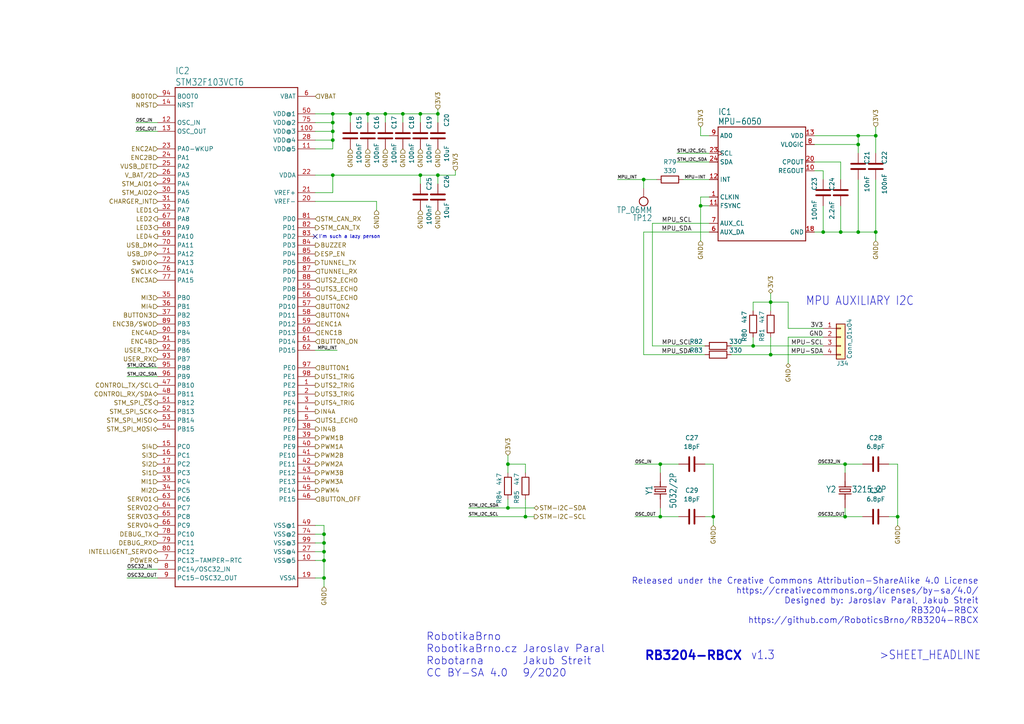
<source format=kicad_sch>
(kicad_sch (version 20211123) (generator eeschema)
  (paper "A4")
  (lib_symbols
    (symbol "Connector_Generic:Conn_01x04" (pin_names (offset 1.016) hide)
      (property "Reference" "J" (at 0 5.08 0))
      (property "Value" "Conn_01x04" (at 0 -7.62 0))
      (symbol "Conn_01x04_1_1"
        (rectangle (start -1.27 -4.953) (end 0 -5.207) (stroke (width 0.1524)))
        (rectangle (start -1.27 -2.413) (end 0 -2.667) (stroke (width 0.1524)))
        (rectangle (start -1.27 0.127) (end 0 -0.127) (stroke (width 0.1524)))
        (rectangle (start -1.27 2.667) (end 0 2.413) (stroke (width 0.1524)))
        (rectangle (start -1.27 3.81) (end 1.27 -6.35) (stroke (width 0.254)) (fill (type background)))
        (pin passive line (at -5.08 2.54 0) (length 3.81) (name "Pin_1") (number "1"))
        (pin passive line (at -5.08 0 0) (length 3.81) (name "Pin_2") (number "2"))
        (pin passive line (at -5.08 -2.54 0) (length 3.81) (name "Pin_3") (number "3"))
        (pin passive line (at -5.08 -5.08 0) (length 3.81) (name "Pin_4") (number "4"))
      )
    )
    (symbol "Device:C" (pin_numbers hide) (pin_names (offset 0.254))
      (property "Reference" "C" (at 0.635 2.54 0))
      (property "Value" "C" (at 0.635 -2.54 0))
      (symbol "C_0_1"
        (polyline (pts (xy -2.032 -0.762) (xy 2.032 -0.762)) (stroke (width 0.508)))
        (polyline (pts (xy -2.032 0.762) (xy 2.032 0.762)) (stroke (width 0.508)))
      )
      (symbol "C_1_1"
        (pin passive line (at 0 3.81 270) (length 2.794) (name "~") (number "1"))
        (pin passive line (at 0 -3.81 90) (length 2.794) (name "~") (number "2"))
      )
    )
    (symbol "Device:R" (pin_numbers hide) (pin_names (offset 0))
      (property "Reference" "R" (at 2.032 0 90))
      (property "Value" "R" (at 0 0 90))
      (symbol "R_0_1"
        (rectangle (start -1.016 -2.54) (end 1.016 2.54) (stroke (width 0.254)))
      )
      (symbol "R_1_1"
        (pin passive line (at 0 3.81 270) (length 1.27) (name "~") (number "1"))
        (pin passive line (at 0 -3.81 90) (length 1.27) (name "~") (number "2"))
      )
    )
    (symbol "RBCX-eagle-import:3215_2P"
      (property "Reference" "Y" (at -6.3615 2.2901 0))
      (property "Value" "3215_2P" (at -6.3607 -3.8164 0))
      (symbol "3215_2P_1_0"
        (polyline (pts (xy -2.54 0) (xy -1.016 0)) (stroke (width 0.254)))
        (polyline (pts (xy -1.016 0) (xy -1.016 -1.778)) (stroke (width 0.254)))
        (polyline (pts (xy -1.016 1.778) (xy -1.016 0)) (stroke (width 0.254)))
        (polyline (pts (xy -0.381 -1.524) (xy 0.381 -1.524)) (stroke (width 0.254)))
        (polyline (pts (xy -0.381 1.524) (xy -0.381 -1.524)) (stroke (width 0.254)))
        (polyline (pts (xy 0.381 -1.524) (xy 0.381 1.524)) (stroke (width 0.254)))
        (polyline (pts (xy 0.381 1.524) (xy -0.381 1.524)) (stroke (width 0.254)))
        (polyline (pts (xy 1.016 0) (xy 1.016 -1.778)) (stroke (width 0.254)))
        (polyline (pts (xy 1.016 1.778) (xy 1.016 0)) (stroke (width 0.254)))
        (polyline (pts (xy 2.54 0) (xy 1.016 0)) (stroke (width 0.254)))
        (pin passive line (at -5.08 0 0) (length 2.54) (name "1") (number "1"))
        (pin passive line (at 5.08 0 180) (length 2.54) (name "2") (number "2"))
      )
    )
    (symbol "RBCX-eagle-import:5032{slash}2P"
      (property "Reference" "Y" (at -6.3615 2.2901 0))
      (property "Value" "5032{slash}2P" (at -6.3607 -3.8164 0))
      (symbol "5032{slash}2P_1_0"
        (polyline (pts (xy -2.54 0) (xy -1.016 0)) (stroke (width 0.254)))
        (polyline (pts (xy -1.016 0) (xy -1.016 -1.778)) (stroke (width 0.254)))
        (polyline (pts (xy -1.016 1.778) (xy -1.016 0)) (stroke (width 0.254)))
        (polyline (pts (xy -0.381 -1.524) (xy 0.381 -1.524)) (stroke (width 0.254)))
        (polyline (pts (xy -0.381 1.524) (xy -0.381 -1.524)) (stroke (width 0.254)))
        (polyline (pts (xy 0.381 -1.524) (xy 0.381 1.524)) (stroke (width 0.254)))
        (polyline (pts (xy 0.381 1.524) (xy -0.381 1.524)) (stroke (width 0.254)))
        (polyline (pts (xy 1.016 0) (xy 1.016 -1.778)) (stroke (width 0.254)))
        (polyline (pts (xy 1.016 1.778) (xy 1.016 0)) (stroke (width 0.254)))
        (polyline (pts (xy 2.54 0) (xy 1.016 0)) (stroke (width 0.254)))
        (pin passive line (at -5.08 0 0) (length 2.54) (name "1") (number "1"))
        (pin passive line (at 5.08 0 180) (length 2.54) (name "2") (number "2"))
      )
    )
    (symbol "RBCX-eagle-import:MPU-6050"
      (property "Reference" "IC" (at -12.7459 19.1262 0))
      (property "Value" "MPU-6050" (at -12.7681 -17.9053 0))
      (symbol "MPU-6050_1_0"
        (polyline (pts (xy -12.7 -15.24) (xy 12.7 -15.24)) (stroke (width 0.254)))
        (polyline (pts (xy -12.7 17.78) (xy -12.7 -15.24)) (stroke (width 0.254)))
        (polyline (pts (xy 12.7 -15.24) (xy 12.7 17.78)) (stroke (width 0.254)))
        (polyline (pts (xy 12.7 17.78) (xy -12.7 17.78)) (stroke (width 0.254)))
        (pin input line (at -15.24 -2.54 0) (length 2.54) (name "CLKIN") (number "1"))
        (pin passive line (at 15.24 5.08 180) (length 2.54) (name "REGOUT") (number "10"))
        (pin input line (at -15.24 -5.08 0) (length 2.54) (name "FSYNC") (number "11"))
        (pin output line (at -15.24 2.54 0) (length 2.54) (name "INT") (number "12"))
        (pin power_in line (at 15.24 15.24 180) (length 2.54) (name "VDD") (number "13"))
        (pin power_in line (at 15.24 -12.7 180) (length 2.54) (name "GND") (number "18"))
        (pin passive line (at 15.24 7.62 180) (length 2.54) (name "CPOUT") (number "20"))
        (pin input clock (at -15.24 10.16 0) (length 2.54) (name "SCL") (number "23"))
        (pin bidirectional line (at -15.24 7.62 0) (length 2.54) (name "SDA") (number "24"))
        (pin bidirectional line (at -15.24 -12.7 0) (length 2.54) (name "AUX_DA") (number "6"))
        (pin output line (at -15.24 -10.16 0) (length 2.54) (name "AUX_CL") (number "7"))
        (pin power_in line (at 15.24 12.7 180) (length 2.54) (name "VLOGIC") (number "8"))
        (pin input line (at -15.24 15.24 0) (length 2.54) (name "AD0") (number "9"))
      )
    )
    (symbol "RBCX-eagle-import:STM32F103VCT6"
      (property "Reference" "IC" (at -17.7858 80.0326 0))
      (property "Value" "STM32F103VCT6" (at -17.7995 -68.6608 0))
      (symbol "STM32F103VCT6_1_0"
        (polyline (pts (xy -17.78 -66.04) (xy 17.78 -66.04)) (stroke (width 0.254)))
        (polyline (pts (xy -17.78 78.74) (xy -17.78 -66.04)) (stroke (width 0.254)))
        (polyline (pts (xy 17.78 -66.04) (xy 17.78 78.74)) (stroke (width 0.254)))
        (polyline (pts (xy 17.78 78.74) (xy -17.78 78.74)) (stroke (width 0.254)))
        (pin bidirectional line (at 22.86 -7.62 180) (length 5.08) (name "PE2") (number "1"))
        (pin power_in line (at 22.86 -58.42 180) (length 5.08) (name "VSS@5") (number "10"))
        (pin power_in line (at 22.86 66.04 180) (length 5.08) (name "VDD@3") (number "100"))
        (pin power_in line (at 22.86 60.96 180) (length 5.08) (name "VDD@5") (number "11"))
        (pin input line (at -22.86 68.58 0) (length 5.08) (name "OSC_IN") (number "12"))
        (pin output line (at -22.86 66.04 0) (length 5.08) (name "OSC_OUT") (number "13"))
        (pin bidirectional line (at -22.86 73.66 0) (length 5.08) (name "NRST") (number "14"))
        (pin bidirectional line (at -22.86 -25.4 0) (length 5.08) (name "PC0") (number "15"))
        (pin bidirectional line (at -22.86 -27.94 0) (length 5.08) (name "PC1") (number "16"))
        (pin bidirectional line (at -22.86 -30.48 0) (length 5.08) (name "PC2") (number "17"))
        (pin bidirectional line (at -22.86 -33.02 0) (length 5.08) (name "PC3") (number "18"))
        (pin power_in line (at 22.86 -63.5 180) (length 5.08) (name "VSSA") (number "19"))
        (pin bidirectional line (at 22.86 -10.16 180) (length 5.08) (name "PE3") (number "2"))
        (pin power_in line (at 22.86 45.72 180) (length 5.08) (name "VREF-") (number "20"))
        (pin power_in line (at 22.86 48.26 180) (length 5.08) (name "VREF+") (number "21"))
        (pin power_in line (at 22.86 53.34 180) (length 5.08) (name "VDDA") (number "22"))
        (pin bidirectional line (at -22.86 60.96 0) (length 5.08) (name "PA0-WKUP") (number "23"))
        (pin bidirectional line (at -22.86 58.42 0) (length 5.08) (name "PA1") (number "24"))
        (pin bidirectional line (at -22.86 55.88 0) (length 5.08) (name "PA2") (number "25"))
        (pin bidirectional line (at -22.86 53.34 0) (length 5.08) (name "PA3") (number "26"))
        (pin power_in line (at 22.86 -55.88 180) (length 5.08) (name "VSS@4") (number "27"))
        (pin power_in line (at 22.86 63.5 180) (length 5.08) (name "VDD@4") (number "28"))
        (pin bidirectional line (at -22.86 50.8 0) (length 5.08) (name "PA4") (number "29"))
        (pin bidirectional line (at 22.86 -12.7 180) (length 5.08) (name "PE4") (number "3"))
        (pin bidirectional line (at -22.86 48.26 0) (length 5.08) (name "PA5") (number "30"))
        (pin bidirectional line (at -22.86 45.72 0) (length 5.08) (name "PA6") (number "31"))
        (pin bidirectional line (at -22.86 43.18 0) (length 5.08) (name "PA7") (number "32"))
        (pin bidirectional line (at -22.86 -35.56 0) (length 5.08) (name "PC4") (number "33"))
        (pin bidirectional line (at -22.86 -38.1 0) (length 5.08) (name "PC5") (number "34"))
        (pin bidirectional line (at -22.86 17.78 0) (length 5.08) (name "PB0") (number "35"))
        (pin bidirectional line (at -22.86 15.24 0) (length 5.08) (name "PB1") (number "36"))
        (pin bidirectional line (at -22.86 12.7 0) (length 5.08) (name "PB2") (number "37"))
        (pin bidirectional line (at 22.86 -20.32 180) (length 5.08) (name "PE7") (number "38"))
        (pin bidirectional line (at 22.86 -22.86 180) (length 5.08) (name "PE8") (number "39"))
        (pin bidirectional line (at 22.86 -15.24 180) (length 5.08) (name "PE5") (number "4"))
        (pin bidirectional line (at 22.86 -25.4 180) (length 5.08) (name "PE9") (number "40"))
        (pin bidirectional line (at 22.86 -27.94 180) (length 5.08) (name "PE10") (number "41"))
        (pin bidirectional line (at 22.86 -30.48 180) (length 5.08) (name "PE11") (number "42"))
        (pin bidirectional line (at 22.86 -33.02 180) (length 5.08) (name "PE12") (number "43"))
        (pin bidirectional line (at 22.86 -35.56 180) (length 5.08) (name "PE13") (number "44"))
        (pin bidirectional line (at 22.86 -38.1 180) (length 5.08) (name "PE14") (number "45"))
        (pin bidirectional line (at 22.86 -40.64 180) (length 5.08) (name "PE15") (number "46"))
        (pin bidirectional line (at -22.86 -7.62 0) (length 5.08) (name "PB10") (number "47"))
        (pin bidirectional line (at -22.86 -10.16 0) (length 5.08) (name "PB11") (number "48"))
        (pin power_in line (at 22.86 -48.26 180) (length 5.08) (name "VSS@1") (number "49"))
        (pin bidirectional line (at 22.86 -17.78 180) (length 5.08) (name "PE6") (number "5"))
        (pin power_in line (at 22.86 71.12 180) (length 5.08) (name "VDD@1") (number "50"))
        (pin bidirectional line (at -22.86 -12.7 0) (length 5.08) (name "PB12") (number "51"))
        (pin bidirectional line (at -22.86 -15.24 0) (length 5.08) (name "PB13") (number "52"))
        (pin bidirectional line (at -22.86 -17.78 0) (length 5.08) (name "PB14") (number "53"))
        (pin bidirectional line (at -22.86 -20.32 0) (length 5.08) (name "PB15") (number "54"))
        (pin bidirectional line (at 22.86 20.32 180) (length 5.08) (name "PD8") (number "55"))
        (pin bidirectional line (at 22.86 17.78 180) (length 5.08) (name "PD9") (number "56"))
        (pin bidirectional line (at 22.86 15.24 180) (length 5.08) (name "PD10") (number "57"))
        (pin bidirectional line (at 22.86 12.7 180) (length 5.08) (name "PD11") (number "58"))
        (pin bidirectional line (at 22.86 10.16 180) (length 5.08) (name "PD12") (number "59"))
        (pin power_in line (at 22.86 76.2 180) (length 5.08) (name "VBAT") (number "6"))
        (pin bidirectional line (at 22.86 7.62 180) (length 5.08) (name "PD13") (number "60"))
        (pin bidirectional line (at 22.86 5.08 180) (length 5.08) (name "PD14") (number "61"))
        (pin bidirectional line (at 22.86 2.54 180) (length 5.08) (name "PD15") (number "62"))
        (pin bidirectional line (at -22.86 -40.64 0) (length 5.08) (name "PC6") (number "63"))
        (pin bidirectional line (at -22.86 -43.18 0) (length 5.08) (name "PC7") (number "64"))
        (pin bidirectional line (at -22.86 -45.72 0) (length 5.08) (name "PC8") (number "65"))
        (pin bidirectional line (at -22.86 -48.26 0) (length 5.08) (name "PC9") (number "66"))
        (pin bidirectional line (at -22.86 40.64 0) (length 5.08) (name "PA8") (number "67"))
        (pin bidirectional line (at -22.86 38.1 0) (length 5.08) (name "PA9") (number "68"))
        (pin bidirectional line (at -22.86 35.56 0) (length 5.08) (name "PA10") (number "69"))
        (pin bidirectional line (at -22.86 -58.42 0) (length 5.08) (name "PC13-TAMPER-RTC") (number "7"))
        (pin bidirectional line (at -22.86 33.02 0) (length 5.08) (name "PA11") (number "70"))
        (pin bidirectional line (at -22.86 30.48 0) (length 5.08) (name "PA12") (number "71"))
        (pin bidirectional line (at -22.86 27.94 0) (length 5.08) (name "PA13") (number "72"))
        (pin power_in line (at 22.86 -50.8 180) (length 5.08) (name "VSS@2") (number "74"))
        (pin power_in line (at 22.86 68.58 180) (length 5.08) (name "VDD@2") (number "75"))
        (pin bidirectional line (at -22.86 25.4 0) (length 5.08) (name "PA14") (number "76"))
        (pin bidirectional line (at -22.86 22.86 0) (length 5.08) (name "PA15") (number "77"))
        (pin bidirectional line (at -22.86 -50.8 0) (length 5.08) (name "PC10") (number "78"))
        (pin bidirectional line (at -22.86 -53.34 0) (length 5.08) (name "PC11") (number "79"))
        (pin bidirectional line (at -22.86 -60.96 0) (length 5.08) (name "PC14/OSC32_IN") (number "8"))
        (pin bidirectional line (at -22.86 -55.88 0) (length 5.08) (name "PC12") (number "80"))
        (pin bidirectional line (at 22.86 40.64 180) (length 5.08) (name "PD0") (number "81"))
        (pin bidirectional line (at 22.86 38.1 180) (length 5.08) (name "PD1") (number "82"))
        (pin bidirectional line (at 22.86 35.56 180) (length 5.08) (name "PD2") (number "83"))
        (pin bidirectional line (at 22.86 33.02 180) (length 5.08) (name "PD3") (number "84"))
        (pin bidirectional line (at 22.86 30.48 180) (length 5.08) (name "PD4") (number "85"))
        (pin bidirectional line (at 22.86 27.94 180) (length 5.08) (name "PD5") (number "86"))
        (pin bidirectional line (at 22.86 25.4 180) (length 5.08) (name "PD6") (number "87"))
        (pin bidirectional line (at 22.86 22.86 180) (length 5.08) (name "PD7") (number "88"))
        (pin bidirectional line (at -22.86 10.16 0) (length 5.08) (name "PB3") (number "89"))
        (pin bidirectional line (at -22.86 -63.5 0) (length 5.08) (name "PC15-OSC32_OUT") (number "9"))
        (pin bidirectional line (at -22.86 7.62 0) (length 5.08) (name "PB4") (number "90"))
        (pin bidirectional line (at -22.86 5.08 0) (length 5.08) (name "PB5") (number "91"))
        (pin bidirectional line (at -22.86 2.54 0) (length 5.08) (name "PB6") (number "92"))
        (pin bidirectional line (at -22.86 0 0) (length 5.08) (name "PB7") (number "93"))
        (pin input line (at -22.86 76.2 0) (length 5.08) (name "BOOT0") (number "94"))
        (pin bidirectional line (at -22.86 -2.54 0) (length 5.08) (name "PB8") (number "95"))
        (pin bidirectional line (at -22.86 -5.08 0) (length 5.08) (name "PB9") (number "96"))
        (pin bidirectional line (at 22.86 -2.54 180) (length 5.08) (name "PE0") (number "97"))
        (pin bidirectional line (at 22.86 -5.08 180) (length 5.08) (name "PE1") (number "98"))
        (pin power_in line (at 22.86 -53.34 180) (length 5.08) (name "VSS@3") (number "99"))
      )
    )
    (symbol "RBCX-eagle-import:TP_06MM"
      (property "Reference" "TP" (at -2.54 7.62 0))
      (property "Value" "TP_06MM" (at -2.54 5.334 0))
      (symbol "TP_06MM_1_0"
        (circle (center 0 3.81) (radius 1.27) (stroke (width 0.254)))
        (pin passive line (at 0 0 90) (length 2.54) (name "TP") (number "P$1"))
      )
    )
  )
  (junction (at 93.98 162.56))
  (junction (at 248.92 41.91))
  (junction (at 245.11 134.62))
  (junction (at 203.2 59.69))
  (junction (at 93.98 167.64))
  (junction (at 254 67.31))
  (junction (at 223.52 102.87))
  (junction (at 248.92 39.37))
  (junction (at 254 39.37))
  (junction (at 191.516 149.86))
  (junction (at 152.4 149.86))
  (junction (at 96.52 38.1))
  (junction (at 223.52 87.63))
  (junction (at 96.52 40.64))
  (junction (at 245.11 149.86))
  (junction (at 111.76 33.02))
  (junction (at 121.92 33.02))
  (junction (at 93.98 157.48))
  (junction (at 96.52 35.56))
  (junction (at 121.92 50.8))
  (junction (at 147.32 134.62))
  (junction (at 127 50.8))
  (junction (at 238.76 67.31))
  (junction (at 218.44 100.33))
  (junction (at 147.32 147.32))
  (junction (at 206.883 149.86))
  (junction (at 260.35 149.86))
  (junction (at 248.92 67.31))
  (junction (at 191.516 134.62))
  (junction (at 243.84 67.31))
  (junction (at 106.68 33.02))
  (junction (at 93.98 160.02))
  (junction (at 96.52 33.02))
  (junction (at 116.84 33.02))
  (junction (at 96.52 50.8))
  (junction (at 186.69 52.07))
  (junction (at 127 33.02))
  (junction (at 93.98 154.94))
  (junction (at 101.6 33.02))
  (no_connect (at 91.44 68.58))
  (wire (pts (xy 135.89 147.32) (xy 147.32 147.32)))
  (wire (pts (xy 189.23 64.77) (xy 205.74 64.77)))
  (wire (pts (xy 254 52.07) (xy 254 67.31)))
  (wire (pts (xy 101.6 35.56) (xy 101.6 33.02)))
  (wire (pts (xy 254 36.83) (xy 254 39.37)))
  (wire (pts (xy 238.76 97.79) (xy 228.6 97.79)))
  (wire (pts (xy 203.2 57.15) (xy 203.2 59.69)))
  (wire (pts (xy 45.72 35.56) (xy 39.37 35.56)))
  (wire (pts (xy 196.342 46.99) (xy 205.74 46.99)))
  (wire (pts (xy 154.94 149.86) (xy 152.4 149.86)))
  (wire (pts (xy 152.4 134.62) (xy 147.32 134.62)))
  (wire (pts (xy 91.44 101.6) (xy 97.79 101.6)))
  (wire (pts (xy 121.92 50.8) (xy 96.52 50.8)))
  (wire (pts (xy 127 33.02) (xy 121.92 33.02)))
  (wire (pts (xy 257.81 134.62) (xy 260.35 134.62)))
  (wire (pts (xy 190.5 52.07) (xy 186.69 52.07)))
  (wire (pts (xy 91.44 35.56) (xy 96.52 35.56)))
  (wire (pts (xy 93.98 157.48) (xy 93.98 160.02)))
  (wire (pts (xy 191.516 147.32) (xy 191.516 149.86)))
  (wire (pts (xy 45.72 106.68) (xy 36.83 106.68)))
  (wire (pts (xy 186.69 52.07) (xy 179.07 52.07)))
  (wire (pts (xy 93.98 162.56) (xy 93.98 167.64)))
  (wire (pts (xy 127 31.75) (xy 127 33.02)))
  (wire (pts (xy 257.81 149.86) (xy 260.35 149.86)))
  (wire (pts (xy 191.516 149.86) (xy 196.85 149.86)))
  (wire (pts (xy 206.883 134.62) (xy 206.883 149.86)))
  (wire (pts (xy 218.44 97.79) (xy 218.44 100.33)))
  (wire (pts (xy 198.12 52.07) (xy 205.74 52.07)))
  (wire (pts (xy 248.92 67.31) (xy 254 67.31)))
  (wire (pts (xy 127 50.8) (xy 132.08 50.8)))
  (wire (pts (xy 203.2 59.69) (xy 203.2 69.85)))
  (wire (pts (xy 236.22 41.91) (xy 248.92 41.91)))
  (wire (pts (xy 91.44 162.56) (xy 93.98 162.56)))
  (wire (pts (xy 204.47 149.86) (xy 206.883 149.86)))
  (wire (pts (xy 223.52 102.87) (xy 212.09 102.87)))
  (wire (pts (xy 111.76 33.02) (xy 106.68 33.02)))
  (wire (pts (xy 245.11 134.62) (xy 250.19 134.62)))
  (wire (pts (xy 116.84 33.02) (xy 111.76 33.02)))
  (wire (pts (xy 218.44 87.63) (xy 223.52 87.63)))
  (wire (pts (xy 96.52 38.1) (xy 96.52 35.56)))
  (wire (pts (xy 228.6 87.63) (xy 223.52 87.63)))
  (wire (pts (xy 248.92 52.07) (xy 248.92 67.31)))
  (wire (pts (xy 147.32 137.16) (xy 147.32 134.62)))
  (wire (pts (xy 109.22 60.96) (xy 109.22 58.42)))
  (wire (pts (xy 243.84 59.69) (xy 243.84 67.31)))
  (wire (pts (xy 45.72 109.22) (xy 36.83 109.22)))
  (wire (pts (xy 228.6 95.25) (xy 238.76 95.25)))
  (wire (pts (xy 91.44 40.64) (xy 96.52 40.64)))
  (wire (pts (xy 135.89 149.86) (xy 152.4 149.86)))
  (wire (pts (xy 96.52 40.64) (xy 96.52 38.1)))
  (wire (pts (xy 106.68 33.02) (xy 101.6 33.02)))
  (wire (pts (xy 236.22 49.53) (xy 238.76 49.53)))
  (wire (pts (xy 238.76 100.33) (xy 218.44 100.33)))
  (wire (pts (xy 127 35.56) (xy 127 33.02)))
  (wire (pts (xy 121.92 33.02) (xy 116.84 33.02)))
  (wire (pts (xy 101.6 33.02) (xy 96.52 33.02)))
  (wire (pts (xy 186.69 102.87) (xy 204.47 102.87)))
  (wire (pts (xy 260.35 152.4) (xy 260.35 149.86)))
  (wire (pts (xy 91.44 58.42) (xy 109.22 58.42)))
  (wire (pts (xy 91.44 38.1) (xy 96.52 38.1)))
  (wire (pts (xy 45.72 167.64) (xy 36.83 167.64)))
  (wire (pts (xy 218.44 90.17) (xy 218.44 87.63)))
  (wire (pts (xy 152.4 144.78) (xy 152.4 149.86)))
  (wire (pts (xy 228.6 95.25) (xy 228.6 87.63)))
  (wire (pts (xy 91.44 43.18) (xy 96.52 43.18)))
  (wire (pts (xy 45.72 38.1) (xy 39.37 38.1)))
  (wire (pts (xy 93.98 160.02) (xy 93.98 162.56)))
  (wire (pts (xy 147.32 144.78) (xy 147.32 147.32)))
  (wire (pts (xy 45.72 165.1) (xy 36.83 165.1)))
  (wire (pts (xy 260.35 134.62) (xy 260.35 149.86)))
  (wire (pts (xy 111.76 35.56) (xy 111.76 33.02)))
  (wire (pts (xy 206.883 149.86) (xy 206.883 152.4)))
  (wire (pts (xy 186.69 54.61) (xy 186.69 52.07)))
  (wire (pts (xy 96.52 55.88) (xy 96.52 50.8)))
  (wire (pts (xy 196.342 44.45) (xy 205.74 44.45)))
  (wire (pts (xy 191.516 134.62) (xy 184.15 134.62)))
  (wire (pts (xy 189.23 100.33) (xy 189.23 64.77)))
  (wire (pts (xy 223.52 85.09) (xy 223.52 87.63)))
  (wire (pts (xy 203.2 39.37) (xy 203.2 36.83)))
  (wire (pts (xy 189.23 100.33) (xy 204.47 100.33)))
  (wire (pts (xy 106.68 35.56) (xy 106.68 33.02)))
  (wire (pts (xy 205.74 39.37) (xy 203.2 39.37)))
  (wire (pts (xy 91.44 50.8) (xy 96.52 50.8)))
  (wire (pts (xy 238.76 102.87) (xy 223.52 102.87)))
  (wire (pts (xy 147.32 134.62) (xy 147.32 132.08)))
  (wire (pts (xy 127 53.34) (xy 127 50.8)))
  (wire (pts (xy 127 50.8) (xy 121.92 50.8)))
  (wire (pts (xy 91.44 160.02) (xy 93.98 160.02)))
  (wire (pts (xy 191.516 134.62) (xy 196.85 134.62)))
  (wire (pts (xy 248.92 39.37) (xy 254 39.37)))
  (wire (pts (xy 237.236 134.62) (xy 245.11 134.62)))
  (wire (pts (xy 236.22 46.99) (xy 243.84 46.99)))
  (wire (pts (xy 254 69.85) (xy 254 67.31)))
  (wire (pts (xy 91.44 157.48) (xy 93.98 157.48)))
  (wire (pts (xy 228.6 97.79) (xy 228.6 105.41)))
  (wire (pts (xy 186.69 67.31) (xy 186.69 102.87)))
  (wire (pts (xy 93.98 154.94) (xy 93.98 157.48)))
  (wire (pts (xy 218.44 100.33) (xy 212.09 100.33)))
  (wire (pts (xy 248.92 41.91) (xy 248.92 44.45)))
  (wire (pts (xy 96.52 43.18) (xy 96.52 40.64)))
  (wire (pts (xy 243.84 46.99) (xy 243.84 52.07)))
  (wire (pts (xy 238.76 67.31) (xy 243.84 67.31)))
  (wire (pts (xy 91.44 167.64) (xy 93.98 167.64)))
  (wire (pts (xy 237.236 149.86) (xy 245.11 149.86)))
  (wire (pts (xy 154.94 147.32) (xy 147.32 147.32)))
  (wire (pts (xy 223.52 97.79) (xy 223.52 102.87)))
  (wire (pts (xy 245.11 149.86) (xy 250.19 149.86)))
  (wire (pts (xy 191.516 134.62) (xy 191.516 137.16)))
  (wire (pts (xy 205.74 67.31) (xy 186.69 67.31)))
  (wire (pts (xy 245.11 137.16) (xy 245.11 134.62)))
  (wire (pts (xy 236.22 67.31) (xy 238.76 67.31)))
  (wire (pts (xy 96.52 35.56) (xy 96.52 33.02)))
  (wire (pts (xy 91.44 152.4) (xy 93.98 152.4)))
  (wire (pts (xy 132.08 49.53) (xy 132.08 50.8)))
  (wire (pts (xy 91.44 55.88) (xy 96.52 55.88)))
  (wire (pts (xy 205.74 59.69) (xy 203.2 59.69)))
  (wire (pts (xy 205.74 57.15) (xy 203.2 57.15)))
  (wire (pts (xy 243.84 67.31) (xy 248.92 67.31)))
  (wire (pts (xy 204.47 134.62) (xy 206.883 134.62)))
  (wire (pts (xy 248.92 41.91) (xy 248.92 39.37)))
  (wire (pts (xy 236.22 39.37) (xy 248.92 39.37)))
  (wire (pts (xy 223.52 90.17) (xy 223.52 87.63)))
  (wire (pts (xy 96.52 33.02) (xy 91.44 33.02)))
  (wire (pts (xy 121.92 53.34) (xy 121.92 50.8)))
  (wire (pts (xy 254 44.45) (xy 254 39.37)))
  (wire (pts (xy 152.4 137.16) (xy 152.4 134.62)))
  (wire (pts (xy 238.76 49.53) (xy 238.76 52.07)))
  (wire (pts (xy 91.44 154.94) (xy 93.98 154.94)))
  (wire (pts (xy 245.11 149.86) (xy 245.11 147.32)))
  (wire (pts (xy 184.15 149.86) (xy 191.516 149.86)))
  (wire (pts (xy 93.98 167.64) (xy 93.98 170.18)))
  (wire (pts (xy 121.92 35.56) (xy 121.92 33.02)))
  (wire (pts (xy 93.98 152.4) (xy 93.98 154.94)))
  (wire (pts (xy 238.76 59.69) (xy 238.76 67.31)))
  (wire (pts (xy 116.84 35.56) (xy 116.84 33.02)))
  (text "I'm such a lazy person" (at 92.456 69.342 0) (effects (font (size 1 1)) (justify left bottom)))
  (text "v1.3" (at 217.805 191.643 180) (effects (font (size 2.54 2.159)) (justify left bottom)))
  (text "RB3204-RBCX" (at 186.817 191.77 180) (effects (font (size 2.54 2.54) (thickness 0.508) bold) (justify left bottom)))
  (text "MPU AUXILIARY I2C" (at 233.68 88.9 180) (effects (font (size 2.54 2.159)) (justify left bottom)))
  (text "Released under the Creative Commons Attribution-ShareAlike 4.0 License\nhttps://creativecommons.org/licenses/by-sa/4.0/\nDesigned by: Jaroslav Paral, Jakub Streit\nRB3204-RBCX\nhttps://github.com/RoboticsBrno/RB3204-RBCX" (at 283.845 181.102 180) (effects (font (size 1.778 1.778)) (justify right bottom)))
  (text ">SHEET_HEADLINE" (at 255.016 191.643 180) (effects (font (size 2.54 2.159)) (justify left bottom)))
  (text "Jaroslav Paral\nJakub Streit\n9/2020" (at 151.511 196.596 180) (effects (font (size 2.1844 2.1844)) (justify left bottom)))
  (text "RobotikaBrno\nRobotikaBrno.cz\nRobotarna\nCC BY-SA 4.0" (at 123.571 196.596 180) (effects (font (size 2.1844 2.1844)) (justify left bottom)))
  (label "OSC_IN" (at 184.15 134.62 0) (effects (font (size 0.889 0.889))))
  (label "MPU_SCL" (at 200.66 100.33 180))
  (label "STM_I2C_SDA" (at 36.83 109.22 0) (effects (font (size 0.889 0.889))))
  (label "MPU_SCL" (at 200.66 64.77 180))
  (label "GND" (at 238.76 97.79 180))
  (label "STM_I2C_SCL" (at 135.89 149.86 0) (effects (font (size 0.889 0.889))))
  (label "STM_I2C_SDA" (at 196.342 46.99 0) (effects (font (size 0.889 0.889))))
  (label "OSC_IN" (at 39.37 35.56 0) (effects (font (size 0.889 0.889))))
  (label "MPU_SDA" (at 200.66 67.31 180))
  (label "OSC32_IN" (at 237.236 134.62 0) (effects (font (size 0.889 0.889))))
  (label "MPU-SDA" (at 238.76 102.87 180))
  (label "3V3" (at 238.76 95.25 180))
  (label "OSC32_IN" (at 36.83 165.1 0) (effects (font (size 0.9957 0.9957))))
  (label "MPU-INT" (at 198.501 52.07 0) (effects (font (size 0.889 0.889))))
  (label "OSC_OUT" (at 39.37 38.1 0) (effects (font (size 0.889 0.889))))
  (label "MPU_INT" (at 97.79 101.6 180) (effects (font (size 0.889 0.889))))
  (label "MPU_INT" (at 179.07 52.07 0) (effects (font (size 0.889 0.889))))
  (label "MPU_SDA" (at 200.66 102.87 180))
  (label "STM_I2C_SCL" (at 196.342 44.45 0) (effects (font (size 0.889 0.889))))
  (label "STM_I2C_SCL" (at 36.83 106.68 0) (effects (font (size 0.889 0.889))))
  (label "OSC32_OUT" (at 36.83 167.64 0) (effects (font (size 0.9957 0.9957))))
  (label "OSC_OUT" (at 184.15 149.86 0) (effects (font (size 0.889 0.889))))
  (label "STM_I2C_SDA" (at 135.89 147.32 0) (effects (font (size 0.889 0.889))))
  (label "OSC32_OUT" (at 237.236 149.86 0) (effects (font (size 0.889 0.889))))
  (label "MPU-SCL" (at 238.76 100.33 180))
  (hierarchical_label "PWM2B" (shape output) (at 91.44 132.08 0))
  (hierarchical_label "GND" (shape input) (at 121.92 43.18 270))
  (hierarchical_label "3V3" (shape input) (at 147.32 132.08 90))
  (hierarchical_label "GND" (shape bidirectional) (at 228.6 105.41 270))
  (hierarchical_label "USER_TX" (shape output) (at 45.72 101.6 180))
  (hierarchical_label "UTS4_TRIG" (shape output) (at 91.44 116.84 0))
  (hierarchical_label "PWM1B" (shape output) (at 91.44 127 0))
  (hierarchical_label "SWCLK" (shape bidirectional) (at 45.72 78.74 180))
  (hierarchical_label "ENC2A" (shape input) (at 45.72 43.18 180))
  (hierarchical_label "SERVO3" (shape output) (at 45.72 149.86 180))
  (hierarchical_label "UTS2_TRIG" (shape output) (at 91.44 111.76 0))
  (hierarchical_label "GND" (shape input) (at 127 60.96 270))
  (hierarchical_label "GND" (shape input) (at 127 43.18 270))
  (hierarchical_label "STM-I2C-SCL" (shape output) (at 154.94 149.86 0))
  (hierarchical_label "UTS1_TRIG" (shape output) (at 91.44 109.22 0))
  (hierarchical_label "STM_AIO2" (shape bidirectional) (at 45.72 55.88 180))
  (hierarchical_label "3V3" (shape input) (at 203.2 36.83 90))
  (hierarchical_label "VBAT" (shape input) (at 91.44 27.94 0))
  (hierarchical_label "UTS1_ECHO" (shape input) (at 91.44 121.92 0))
  (hierarchical_label "CONTROL_RX{slash}SDA" (shape bidirectional) (at 45.72 114.3 180))
  (hierarchical_label "ENC4B" (shape input) (at 45.72 99.06 180))
  (hierarchical_label "BUTTON1" (shape input) (at 91.44 106.68 0))
  (hierarchical_label "GND" (shape input) (at 111.76 43.18 270))
  (hierarchical_label "ENC1B" (shape input) (at 91.44 96.52 0))
  (hierarchical_label "STM_SPI_MISO" (shape bidirectional) (at 45.72 121.92 180))
  (hierarchical_label "IN4A" (shape output) (at 91.44 119.38 0))
  (hierarchical_label "3V3" (shape input) (at 127 31.75 90))
  (hierarchical_label "SI4" (shape input) (at 45.72 129.54 180))
  (hierarchical_label "LED1" (shape output) (at 45.72 60.96 180))
  (hierarchical_label "STM-I2C-SDA" (shape bidirectional) (at 154.94 147.32 0))
  (hierarchical_label "SI2" (shape input) (at 45.72 134.62 180))
  (hierarchical_label "BUTTON_ON" (shape input) (at 91.44 99.06 0))
  (hierarchical_label "BOOT0" (shape input) (at 45.72 27.94 180))
  (hierarchical_label "MI3" (shape input) (at 45.72 86.36 180))
  (hierarchical_label "DEBUG_RX" (shape input) (at 45.72 157.48 180))
  (hierarchical_label "SI3" (shape input) (at 45.72 132.08 180))
  (hierarchical_label "SERVO4" (shape output) (at 45.72 152.4 180))
  (hierarchical_label "3V3" (shape input) (at 132.08 49.53 90))
  (hierarchical_label "GND" (shape input) (at 101.6 43.18 270))
  (hierarchical_label "SERVO2" (shape output) (at 45.72 147.32 180))
  (hierarchical_label "UTS3_ECHO" (shape input) (at 91.44 83.82 0))
  (hierarchical_label "BUTTON4" (shape input) (at 91.44 91.44 0))
  (hierarchical_label "MI1" (shape input) (at 45.72 139.7 180))
  (hierarchical_label "GND" (shape input) (at 121.92 60.96 270))
  (hierarchical_label "ESP_EN" (shape output) (at 91.44 73.66 0))
  (hierarchical_label "STM_CAN_TX" (shape output) (at 91.44 66.04 0))
  (hierarchical_label "BUTTON3" (shape input) (at 45.72 91.44 180))
  (hierarchical_label "ENC1A" (shape input) (at 91.44 93.98 0))
  (hierarchical_label "TUNNEL_TX" (shape output) (at 91.44 76.2 0))
  (hierarchical_label "USB_DM" (shape bidirectional) (at 45.72 71.12 180))
  (hierarchical_label "BUTTON_OFF" (shape input) (at 91.44 144.78 0))
  (hierarchical_label "V_BAT{slash}2" (shape input) (at 45.72 50.8 180))
  (hierarchical_label "GND" (shape input) (at 260.35 152.4 270))
  (hierarchical_label "MI2" (shape input) (at 45.72 142.24 180))
  (hierarchical_label "UTS3_TRIG" (shape output) (at 91.44 114.3 0))
  (hierarchical_label "GND" (shape input) (at 106.68 43.18 270))
  (hierarchical_label "GND" (shape input) (at 206.883 152.4 270))
  (hierarchical_label "USB_DP" (shape bidirectional) (at 45.72 73.66 180))
  (hierarchical_label "PWM1A" (shape output) (at 91.44 129.54 0))
  (hierarchical_label "MI4" (shape input) (at 45.72 88.9 180))
  (hierarchical_label "PWM3B" (shape output) (at 91.44 137.16 0))
  (hierarchical_label "SERVO1" (shape output) (at 45.72 144.78 180))
  (hierarchical_label "UTS4_ECHO" (shape input) (at 91.44 86.36 0))
  (hierarchical_label "3V3" (shape input) (at 254 36.83 90))
  (hierarchical_label "DEBUG_TX" (shape output) (at 45.72 154.94 180))
  (hierarchical_label "STM_AIO1" (shape bidirectional) (at 45.72 53.34 180))
  (hierarchical_label "IN4B" (shape output) (at 91.44 124.46 0))
  (hierarchical_label "LED3" (shape output) (at 45.72 66.04 180))
  (hierarchical_label "STM_CAN_RX" (shape input) (at 91.44 63.5 0))
  (hierarchical_label "STM_SPI_SCK" (shape bidirectional) (at 45.72 119.38 180))
  (hierarchical_label "ENC2B" (shape input) (at 45.72 45.72 180))
  (hierarchical_label "GND" (shape input) (at 254 69.85 270))
  (hierarchical_label "STM_SPI_~{CS}" (shape output) (at 45.72 116.84 180))
  (hierarchical_label "LED2" (shape output) (at 45.72 63.5 180))
  (hierarchical_label "GND" (shape input) (at 93.98 170.18 270))
  (hierarchical_label "VUSB_DET" (shape input) (at 45.72 48.26 180))
  (hierarchical_label "STM_SPI_MOSI" (shape bidirectional) (at 45.72 124.46 180))
  (hierarchical_label "GND" (shape input) (at 116.84 43.18 270))
  (hierarchical_label "POWER" (shape output) (at 45.72 162.56 180))
  (hierarchical_label "UTS2_ECHO" (shape input) (at 91.44 81.28 0))
  (hierarchical_label "ENC4A" (shape input) (at 45.72 96.52 180))
  (hierarchical_label "TUNNEL_RX" (shape input) (at 91.44 78.74 0))
  (hierarchical_label "CONTROL_TX{slash}SCL" (shape output) (at 45.72 111.76 180))
  (hierarchical_label "NRST" (shape input) (at 45.72 30.48 180))
  (hierarchical_label "LED4" (shape output) (at 45.72 68.58 180))
  (hierarchical_label "ENC3A" (shape input) (at 45.72 81.28 180))
  (hierarchical_label "PWM4" (shape output) (at 91.44 142.24 0))
  (hierarchical_label "GND" (shape input) (at 203.2 69.85 270))
  (hierarchical_label "SWDIO" (shape bidirectional) (at 45.72 76.2 180))
  (hierarchical_label "USER_RX" (shape input) (at 45.72 104.14 180))
  (hierarchical_label "PWM2A" (shape output) (at 91.44 134.62 0))
  (hierarchical_label "3V3" (shape bidirectional) (at 223.52 85.09 90))
  (hierarchical_label "PWM3A" (shape output) (at 91.44 139.7 0))
  (hierarchical_label "BUZZER" (shape output) (at 91.44 71.12 0))
  (hierarchical_label "SI1" (shape input) (at 45.72 137.16 180))
  (hierarchical_label "BUTTON2" (shape input) (at 91.44 88.9 0))
  (hierarchical_label "ENC3B{slash}SWO" (shape input) (at 45.72 93.98 180))
  (hierarchical_label "CHARGER_INT" (shape input) (at 45.72 58.42 180))
  (hierarchical_label "INTELLIGENT_SERVO" (shape bidirectional) (at 45.72 160.02 180))
  (hierarchical_label "GND" (shape input) (at 109.22 60.96 270))
  (symbol (lib_id "Device:C") (at 106.68 39.37 180) (unit 1)
    (property "Reference" "C16" (at 109.22 35.56 90))
    (property "Value" "100nF" (at 109.22 44.45 90))
    (property "Footprint" "Capacitor_SMD:C_0402_1005Metric" (effects hide))
    (property "LCSC" "C131394" (effects hide))
    (property "Basic/Extended" "E" (effects hide))
  )
  (symbol (lib_id "Device:C") (at 248.92 48.26 0) (unit 1)
    (property "Reference" "C21" (at 251.46 45.72 90))
    (property "Value" "10nF" (at 251.46 53.34 90))
    (property "Footprint" "Capacitor_SMD:C_0201_0603Metric" (effects hide))
    (property "LCSC" "C85930" (effects hide))
    (property "Basic/Extended" "E" (effects hide))
  )
  (symbol (lib_id "Device:R") (at 152.4 140.97 180) (unit 1)
    (property "Reference" "R85" (at 149.86 142.24 90) (effects (justify left)))
    (property "Value" "4k7" (at 149.86 137.16 90) (effects (justify left)))
    (property "Footprint" "Resistor_SMD:R_0201_0603Metric" (effects hide))
    (property "LCSC" "C270346" (effects hide))
    (property "Basic/Extended" "E" (effects hide))
  )
  (symbol (lib_id "Device:C") (at 116.84 39.37 180) (unit 1)
    (property "Reference" "C18" (at 119.38 35.56 90))
    (property "Value" "100nF" (at 119.38 44.45 90))
    (property "Footprint" "Capacitor_SMD:C_0402_1005Metric" (effects hide))
    (property "LCSC" "C131394" (effects hide))
    (property "Basic/Extended" "E" (effects hide))
  )
  (symbol (lib_id "Device:C") (at 111.76 39.37 180) (unit 1)
    (property "Reference" "C17" (at 114.3 35.56 90))
    (property "Value" "100nF" (at 114.3 44.45 90))
    (property "Footprint" "Capacitor_SMD:C_0402_1005Metric" (effects hide))
    (property "LCSC" "C131394" (effects hide))
    (property "Basic/Extended" "E" (effects hide))
  )
  (symbol (lib_id "Device:R") (at 194.31 52.07 90) (unit 1)
    (property "Reference" "R79" (at 194.31 46.99 90))
    (property "Value" "330" (at 194.31 49.53 90))
    (property "Footprint" "Capacitor_SMD:C_0201_0603Metric" (effects hide))
    (property "LCSC" "C473445" (effects hide))
    (property "Basic/Extended" "E" (effects hide))
  )
  (symbol (lib_id "Device:C") (at 200.66 149.86 90) (unit 1)
    (property "Reference" "C29" (at 200.66 142.24 90))
    (property "Value" "18pF" (at 200.66 144.78 90))
    (property "Footprint" "Capacitor_SMD:C_0201_0603Metric" (effects hide))
    (property "LCSC" "C161409" (effects hide))
    (property "Basic/Extended" "E" (effects hide))
  )
  (symbol (lib_id "Device:C") (at 254 149.86 90) (unit 1)
    (property "Reference" "C30" (at 254 142.24 90))
    (property "Value" "6.8pF" (at 254 144.78 90))
    (property "Footprint" "Capacitor_SMD:C_0201_0603Metric" (effects hide))
    (property "LCSC" "C555393" (effects hide))
    (property "Basic/Extended" "E" (effects hide))
  )
  (symbol (lib_id "Device:R") (at 208.28 100.33 90) (unit 1)
    (property "Reference" "R82" (at 201.93 99.06 90))
    (property "Value" "330" (at 213.36 99.06 90))
    (property "Footprint" "Capacitor_SMD:C_0201_0603Metric" (effects hide))
    (property "LCSC" "C473445" (effects hide))
    (property "Basic/Extended" "E" (effects hide))
  )
  (symbol (lib_id "RBCX-eagle-import:5032{slash}2P") (at 191.516 142.24 90) (unit 1)
    (property "Reference" "Y1" (at 189.23 143.637 0) (effects (font (size 1.7812 1.514)) (justify left bottom)))
    (property "Value" "5032{slash}2P" (at 196.215 147.574 0) (effects (font (size 1.781 1.5138)) (justify left bottom)))
    (property "Footprint" "Crystal:Crystal_SMD_5032-2Pin_5.0x3.2mm" (effects hide))
    (property "Datasheet" "https://datasheet.lcsc.com/lcsc/2103291135_Yangxing-Tech-X50328MSB2GI_C115962.pdf" (effects hide))
    (property "LCSC" "C115962" (effects hide))
    (property "Basic/Extended" "B" (effects hide))
  )
  (symbol (lib_id "Device:R") (at 147.32 140.97 180) (unit 1)
    (property "Reference" "R84" (at 144.78 142.24 90) (effects (justify left)))
    (property "Value" "4k7" (at 144.78 137.16 90) (effects (justify left)))
    (property "Footprint" "Resistor_SMD:R_0201_0603Metric" (effects hide))
    (property "LCSC" "C270346" (effects hide))
    (property "Basic/Extended" "E" (effects hide))
  )
  (symbol (lib_id "Device:C") (at 101.6 39.37 180) (unit 1)
    (property "Reference" "C15" (at 104.14 35.56 90))
    (property "Value" "100nF" (at 104.14 44.45 90))
    (property "Footprint" "Capacitor_SMD:C_0402_1005Metric" (effects hide))
    (property "LCSC" "C131394" (effects hide))
    (property "Basic/Extended" "E" (effects hide))
  )
  (symbol (lib_id "RBCX-eagle-import:STM32F103VCT6") (at 68.58 104.14 0) (unit 1)
    (property "Reference" "IC2" (at 50.8 21.59 0) (effects (font (size 1.9304 1.6408)) (justify left bottom)))
    (property "Value" "STM32F103VCT6" (at 50.8 24.892 0) (effects (font (size 1.9304 1.6408)) (justify left bottom)))
    (property "Footprint" "RBCX:LQFN100_14x14mm" (effects hide))
    (property "Datasheet" "https://datasheet.lcsc.com/lcsc/1810192110_STMicroelectronics-STM32F103VCT6_C8313.pdf" (effects hide))
    (property "Basic/Extended" "E" (effects hide))
    (property "LCSC" "C8313" (effects hide))
  )
  (symbol (lib_id "Device:C") (at 127 57.15 0) (unit 1)
    (property "Reference" "C26" (at 129.54 54.61 90) (effects (justify left)))
    (property "Value" "10uF" (at 129.54 63.5 90) (effects (justify left)))
    (property "Footprint" "Capacitor_SMD:C_0603_1608Metric" (effects hide))
    (property "LCSC" "C96446" (effects hide))
    (property "Basic/Extended" "B" (effects hide))
  )
  (symbol (lib_id "Device:C") (at 254 134.62 90) (unit 1)
    (property "Reference" "C28" (at 254 127 90))
    (property "Value" "6.8pF" (at 254 129.54 90))
    (property "Footprint" "Capacitor_SMD:C_0201_0603Metric" (effects hide))
    (property "LCSC" "C555393" (effects hide))
    (property "Basic/Extended" "E" (effects hide))
  )
  (symbol (lib_id "RBCX-eagle-import:3215_2P") (at 245.11 142.24 90) (unit 1)
    (property "Reference" "Y2" (at 242.57 140.97 90) (effects (font (size 1.7812 1.514)) (justify left bottom)))
    (property "Value" "3215_2P" (at 257.175 140.97 90) (effects (font (size 1.781 1.5138)) (justify left bottom)))
    (property "Footprint" "Crystal:Crystal_SMD_3215-2Pin_3.2x1.5mm" (effects hide))
    (property "Datasheet" "https://datasheet.lcsc.com/lcsc/1810171817_Seiko-Epson-Q13FC1350000400_C32346.pdf" (effects hide))
    (property "LCSC" "C32346" (effects hide))
    (property "Basic/Extended" "B" (effects hide))
  )
  (symbol (lib_id "Device:C") (at 121.92 39.37 180) (unit 1)
    (property "Reference" "C19" (at 124.46 35.56 90))
    (property "Value" "100nF" (at 124.46 44.45 90))
    (property "Footprint" "Capacitor_SMD:C_0402_1005Metric" (effects hide))
    (property "LCSC" "C131394" (effects hide))
    (property "Basic/Extended" "E" (effects hide))
  )
  (symbol (lib_id "Device:C") (at 121.92 57.15 180) (unit 1)
    (property "Reference" "C25" (at 124.46 53.34 90))
    (property "Value" "100nF" (at 124.46 62.23 90))
    (property "Footprint" "Capacitor_SMD:C_0402_1005Metric" (effects hide))
    (property "LCSC" "C131394" (effects hide))
    (property "Basic/Extended" "E" (effects hide))
  )
  (symbol (lib_id "Device:R") (at 223.52 93.98 180) (unit 1)
    (property "Reference" "R81" (at 220.98 95.25 90) (effects (justify left)))
    (property "Value" "4k7" (at 220.98 90.17 90) (effects (justify left)))
    (property "Footprint" "Resistor_SMD:R_0201_0603Metric" (effects hide))
    (property "LCSC" "C270346" (effects hide))
    (property "Basic/Extended" "E" (effects hide))
  )
  (symbol (lib_id "RBCX-eagle-import:TP_06MM") (at 186.69 54.61 180) (unit 1)
    (property "Reference" "TP12" (at 189.23 62.23 0) (effects (font (size 1.778 1.5113)) (justify left bottom)))
    (property "Value" "TP_06MM" (at 189.23 59.944 0) (effects (font (size 1.778 1.5113)) (justify left bottom)))
    (property "Footprint" "RBCX:TP_06MM" (effects hide))
    (property "JLCPCB_IGNORE" "1" (effects hide))
  )
  (symbol (lib_id "Device:C") (at 127 39.37 0) (unit 1)
    (property "Reference" "C20" (at 129.54 36.83 90) (effects (justify left)))
    (property "Value" "10uF" (at 129.54 46.99 90) (effects (justify left)))
    (property "Footprint" "Capacitor_SMD:C_0603_1608Metric" (effects hide))
    (property "LCSC" "C96446" (effects hide))
    (property "Basic/Extended" "B" (effects hide))
  )
  (symbol (lib_id "Device:C") (at 254 48.26 180) (unit 1)
    (property "Reference" "C22" (at 256.54 45.72 90))
    (property "Value" "100nF" (at 256.54 53.34 90))
    (property "Footprint" "Capacitor_SMD:C_0402_1005Metric" (effects hide))
    (property "LCSC" "C131394" (effects hide))
    (property "Basic/Extended" "E" (effects hide))
  )
  (symbol (lib_id "Device:C") (at 200.66 134.62 90) (unit 1)
    (property "Reference" "C27" (at 200.66 127 90))
    (property "Value" "18pF" (at 200.66 129.54 90))
    (property "Footprint" "Capacitor_SMD:C_0201_0603Metric" (effects hide))
    (property "LCSC" "C161409" (effects hide))
    (property "Basic/Extended" "E" (effects hide))
  )
  (symbol (lib_id "Device:R") (at 208.28 102.87 90) (unit 1)
    (property "Reference" "R83" (at 201.93 101.6 90))
    (property "Value" "330" (at 213.36 101.6 90))
    (property "Footprint" "Capacitor_SMD:C_0201_0603Metric" (effects hide))
    (property "LCSC" "C473445" (effects hide))
    (property "Basic/Extended" "E" (effects hide))
  )
  (symbol (lib_id "Connector_Generic:Conn_01x04") (at 243.84 97.79 0) (unit 1)
    (property "Reference" "J34" (at 242.57 105.41 0) (effects (justify left)))
    (property "Value" "Conn_01x04" (at 246.38 104.14 90) (effects (justify left)))
    (property "Footprint" "RBCX:PinHeader_1x04_P2.54mm_Vertical" (effects hide))
    (property "LCSC" "C124378" (effects hide))
    (property "Basic/Extended" "E" (effects hide))
    (property "JLCPCB_CORRECTION" "0;-3.81;90" (effects hide))
  )
  (symbol (lib_id "Device:R") (at 218.44 93.98 180) (unit 1)
    (property "Reference" "R80" (at 215.9 95.25 90) (effects (justify left)))
    (property "Value" "4k7" (at 215.9 90.17 90) (effects (justify left)))
    (property "Footprint" "Resistor_SMD:R_0201_0603Metric" (effects hide))
    (property "LCSC" "C270346" (effects hide))
    (property "Basic/Extended" "E" (effects hide))
  )
  (symbol (lib_id "RBCX-eagle-import:MPU-6050") (at 220.98 54.61 0) (unit 1)
    (property "Reference" "IC1" (at 208.28 33.401 0) (effects (font (size 1.7844 1.5167)) (justify left bottom)))
    (property "Value" "MPU-6050" (at 208.2119 36.1933 0) (effects (font (size 1.7875 1.5193)) (justify left bottom)))
    (property "Footprint" "Package_DFN_QFN:QFN-24-1EP_4x4mm_P0.5mm_EP2.7x2.6mm" (effects hide))
    (property "Datasheet" "https://datasheet.lcsc.com/lcsc/1811071024_TDK-InvenSense-MPU-6050_C24112.pdf" (effects hide))
    (property "Basic/Extended" "E" (effects hide))
    (property "LCSC" "C24112" (effects hide))
  )
  (symbol (lib_id "Device:C") (at 243.84 55.88 180) (unit 1)
    (property "Reference" "C24" (at 241.3 53.34 90))
    (property "Value" "2.2nF" (at 241.3 60.96 90))
    (property "Footprint" "Capacitor_SMD:C_0201_0603Metric" (effects hide))
    (property "LCSC" "C526940" (effects hide))
    (property "Basic/Extended" "E" (effects hide))
  )
  (symbol (lib_id "Device:C") (at 238.76 55.88 180) (unit 1)
    (property "Reference" "C23" (at 236.22 53.34 90))
    (property "Value" "100nF" (at 236.22 60.96 90))
    (property "Footprint" "Capacitor_SMD:C_0402_1005Metric" (effects hide))
    (property "LCSC" "C131394" (effects hide))
    (property "Basic/Extended" "E" (effects hide))
  )
)
</source>
